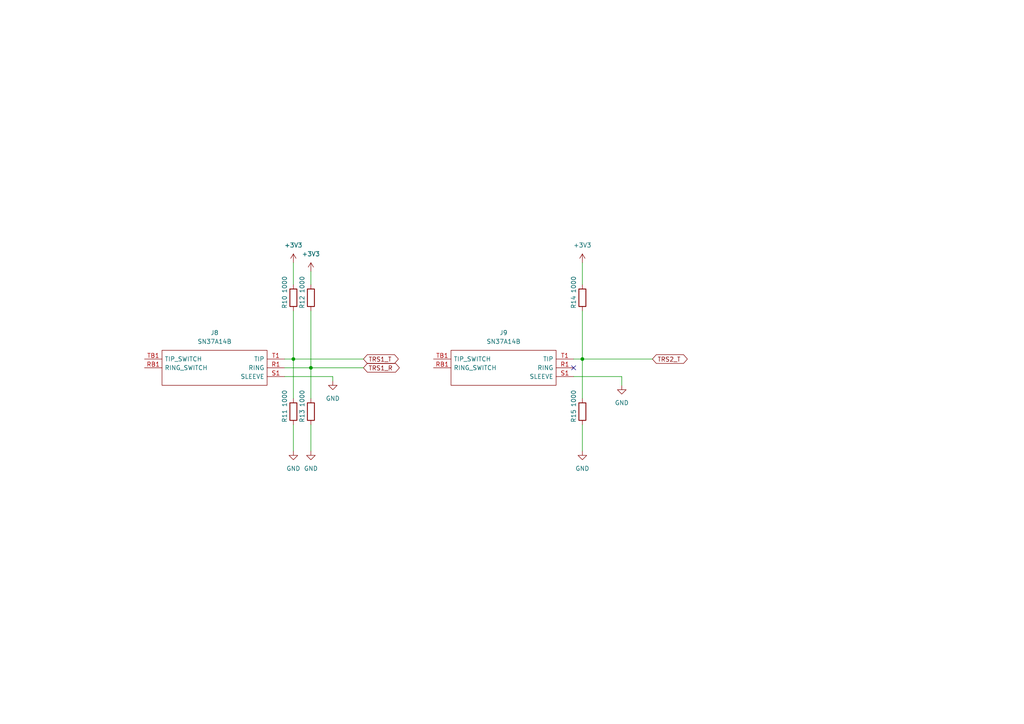
<source format=kicad_sch>
(kicad_sch (version 20211123) (generator eeschema)
  (paper "A4")
  (lib_symbols
    (symbol "Device:R" (pin_numbers hide) (pin_names (offset 0))
      (property "Reference" "R" (at 2.032 0 90))
      (property "Value" "R" (at 0 0 90))
      (symbol "R_0_1"
        (rectangle (start -1.016 -2.54) (end 1.016 2.54) (stroke (width 0.254)))
      )
      (symbol "R_1_1"
        (pin passive line (at 0 3.81 270) (length 1.27) (name "~") (number "1"))
        (pin passive line (at 0 -3.81 90) (length 1.27) (name "~") (number "2"))
      )
    )
    (symbol "SamacSys_Parts:SN37A14B" (pin_names (offset 0.762))
      (property "Reference" "J" (at 36.83 7.62 0))
      (property "Value" "SN37A14B" (at 36.83 5.08 0))
      (symbol "SN37A14B_0_0"
        (pin passive line (at 40.64 -2.54 180) (length 5.08) (name "RING") (number "R1"))
        (pin passive line (at 0 -2.54 0) (length 5.08) (name "RING_SWITCH") (number "RB1"))
        (pin passive line (at 40.64 -5.08 180) (length 5.08) (name "SLEEVE") (number "S1"))
        (pin passive line (at 40.64 0 180) (length 5.08) (name "TIP") (number "T1"))
        (pin passive line (at 0 0 0) (length 5.08) (name "TIP_SWITCH") (number "TB1"))
      )
      (symbol "SN37A14B_0_1"
        (polyline (pts (xy 5.08 2.54) (xy 35.56 2.54) (xy 35.56 -7.62) (xy 5.08 -7.62) (xy 5.08 2.54)) (stroke (width 0.1524)))
      )
    )
    (symbol "power:+3.3V" (power) (pin_names (offset 0))
      (property "Value" "+3.3V" (at 0 3.556 0))
      (symbol "+3.3V_0_1"
        (polyline (pts (xy -0.762 1.27) (xy 0 2.54)))
        (polyline (pts (xy 0 0) (xy 0 2.54)))
        (polyline (pts (xy 0 2.54) (xy 0.762 1.27)))
      )
      (symbol "+3.3V_1_1"
        (pin power_in line (at 0 0 90) (length 0) hide (name "+3V3") (number "1"))
      )
    )
    (symbol "power:GND" (power) (pin_names (offset 0))
      (property "Value" "GND" (at 0 -3.81 0))
      (symbol "GND_0_1"
        (polyline (pts (xy 0 0) (xy 0 -1.27) (xy 1.27 -1.27) (xy 0 -2.54) (xy -1.27 -1.27) (xy 0 -1.27)))
      )
      (symbol "GND_1_1"
        (pin power_in line (at 0 0 270) (length 0) hide (name "GND") (number "1"))
      )
    )
  )
  (junction (at 168.91 104.14))
  (junction (at 90.17 106.68))
  (junction (at 85.09 104.14))
  (no_connect (at 166.37 106.68))
  (wire (pts (xy 82.55 104.14) (xy 85.09 104.14)))
  (wire (pts (xy 85.09 90.17) (xy 85.09 104.14)))
  (wire (pts (xy 168.91 76.2) (xy 168.91 82.55)))
  (wire (pts (xy 180.34 109.22) (xy 180.34 111.76)))
  (wire (pts (xy 168.91 104.14) (xy 189.23 104.14)))
  (wire (pts (xy 85.09 123.19) (xy 85.09 130.81)))
  (wire (pts (xy 168.91 104.14) (xy 168.91 115.57)))
  (wire (pts (xy 168.91 123.19) (xy 168.91 130.81)))
  (wire (pts (xy 96.52 109.22) (xy 96.52 110.49)))
  (wire (pts (xy 90.17 123.19) (xy 90.17 130.81)))
  (wire (pts (xy 166.37 109.22) (xy 180.34 109.22)))
  (wire (pts (xy 90.17 90.17) (xy 90.17 106.68)))
  (wire (pts (xy 82.55 109.22) (xy 96.52 109.22)))
  (wire (pts (xy 85.09 104.14) (xy 105.41 104.14)))
  (wire (pts (xy 166.37 104.14) (xy 168.91 104.14)))
  (wire (pts (xy 90.17 106.68) (xy 105.41 106.68)))
  (wire (pts (xy 85.09 76.2) (xy 85.09 82.55)))
  (wire (pts (xy 82.55 106.68) (xy 90.17 106.68)))
  (wire (pts (xy 168.91 90.17) (xy 168.91 104.14)))
  (wire (pts (xy 90.17 78.74) (xy 90.17 82.55)))
  (wire (pts (xy 85.09 104.14) (xy 85.09 115.57)))
  (wire (pts (xy 90.17 106.68) (xy 90.17 115.57)))
  (global_label "TRS2_T" (shape bidirectional) (at 189.23 104.14 0) (property "Intersheet References" "${INTERSHEET_REFS}" (effects hide)))
  (global_label "TRS1_R" (shape bidirectional) (at 105.41 106.68 0) (property "Intersheet References" "${INTERSHEET_REFS}" (effects hide)))
  (global_label "TRS1_T" (shape bidirectional) (at 105.41 104.14 0) (property "Intersheet References" "${INTERSHEET_REFS}" (effects hide)))
  (symbol (lib_id "Device:R") (at 85.09 119.38 0) (unit 1)
    (property "Reference" "R11" (at 82.55 120.65 90))
    (property "Value" "1000" (at 82.55 115.57 90))
    (property "Footprint" "Resistor_SMD:R_0805_2012Metric" (effects hide))
    (property "Description" "125mW Thick Film Resistors 150V ±1% ±100ppm/℃ -55℃~+155℃ 1kΩ 0805 Chip Resistor - Surface Mount ROHS" (effects hide))
    (property "MANUFACTURER" "Panasonic Electronic Components" (effects hide))
    (property "Manufacturer_Name" "Panasonic Electronic Components" (effects hide))
    (property "Manufacturer_Part_Number" "ERJ-6ENF1001V" (effects hide))
    (property "Digi-Key Part Number" "P1.00KCCT-ND" (effects hide))
  )
  (symbol (lib_id "power:+3.3V") (at 85.09 76.2 0) (unit 1)
    (property "Reference" "#PWR0117" (effects hide))
    (property "Value" "+3.3V" (at 85.09 71.12 0))
  )
  (symbol (lib_id "Device:R") (at 168.91 119.38 0) (unit 1)
    (property "Reference" "R15" (at 166.37 120.65 90))
    (property "Value" "1000" (at 166.37 115.57 90))
    (property "Footprint" "Resistor_SMD:R_0805_2012Metric" (effects hide))
    (property "Description" "125mW Thick Film Resistors 150V ±1% ±100ppm/℃ -55℃~+155℃ 1kΩ 0805 Chip Resistor - Surface Mount ROHS" (effects hide))
    (property "MANUFACTURER" "Panasonic Electronic Components" (effects hide))
    (property "Manufacturer_Name" "Panasonic Electronic Components" (effects hide))
    (property "Manufacturer_Part_Number" "ERJ-6ENF1001V" (effects hide))
    (property "Digi-Key Part Number" "P1.00KCCT-ND" (effects hide))
  )
  (symbol (lib_id "SamacSys_Parts:SN37A14B") (at 125.73 104.14 0) (unit 1)
    (property "Reference" "J9" (at 146.05 96.52 0))
    (property "Value" "SN37A14B" (at 146.05 99.06 0))
    (property "Footprint" "footprints:SN37A14B" (effects hide))
    (property "Datasheet" "http://www.switchcraft.com/Drawings/SN37A_SERIES_CD.pdf" (effects hide))
    (property "Description" "Phone Connectors 1/4\" R/A PH JACK" (effects hide))
    (property "Height" "15.3416" (effects hide))
    (property "Manufacturer_Name" "Switchcraft" (effects hide))
    (property "Manufacturer_Part_Number" "SN37A14B" (effects hide))
    (property "Mouser Part Number" "502-SN37A14B" (effects hide))
    (property "Mouser Price/Stock" "https://www.mouser.co.uk/ProductDetail/Switchcraft/SN37A14B?qs=Z0CQwBkL9d0m6Wr003lzVw%3D%3D" (effects hide))
    (property "Arrow Part Number" "SN37A14B" (effects hide))
    (property "Arrow Price/Stock" "https://www.arrow.com/en/products/sn37a14b/switchcraft" (effects hide))
    (property "MANUFACTURER" "Switchcraft" (effects hide))
    (property "Digi-Key Part Number" "SC1570-ND" (effects hide))
  )
  (symbol (lib_id "power:+3.3V") (at 168.91 76.2 0) (unit 1)
    (property "Reference" "#PWR0124" (effects hide))
    (property "Value" "+3.3V" (at 168.91 71.12 0))
  )
  (symbol (lib_id "Device:R") (at 90.17 119.38 0) (unit 1)
    (property "Reference" "R13" (at 87.63 120.65 90))
    (property "Value" "1000" (at 87.63 115.57 90))
    (property "Footprint" "Resistor_SMD:R_0805_2012Metric" (effects hide))
    (property "Description" "125mW Thick Film Resistors 150V ±1% ±100ppm/℃ -55℃~+155℃ 1kΩ 0805 Chip Resistor - Surface Mount ROHS" (effects hide))
    (property "MANUFACTURER" "Panasonic Electronic Components" (effects hide))
    (property "Manufacturer_Name" "Panasonic Electronic Components" (effects hide))
    (property "Manufacturer_Part_Number" "ERJ-6ENF1001V" (effects hide))
    (property "Digi-Key Part Number" "P1.00KCCT-ND" (effects hide))
  )
  (symbol (lib_id "Device:R") (at 168.91 86.36 0) (unit 1)
    (property "Reference" "R14" (at 166.37 87.63 90))
    (property "Value" "1000" (at 166.37 82.55 90))
    (property "Footprint" "Resistor_SMD:R_0805_2012Metric" (effects hide))
    (property "Description" "125mW Thick Film Resistors 150V ±1% ±100ppm/℃ -55℃~+155℃ 1kΩ 0805 Chip Resistor - Surface Mount ROHS" (effects hide))
    (property "MANUFACTURER" "Panasonic Electronic Components" (effects hide))
    (property "Manufacturer_Name" "Panasonic Electronic Components" (effects hide))
    (property "Manufacturer_Part_Number" "ERJ-6ENF1001V" (effects hide))
    (property "Digi-Key Part Number" "P1.00KCCT-ND" (effects hide))
  )
  (symbol (lib_id "SamacSys_Parts:SN37A14B") (at 41.91 104.14 0) (unit 1)
    (property "Reference" "J8" (at 62.23 96.52 0))
    (property "Value" "SN37A14B" (at 62.23 99.06 0))
    (property "Footprint" "footprints:SN37A14B" (effects hide))
    (property "Datasheet" "http://www.switchcraft.com/Drawings/SN37A_SERIES_CD.pdf" (effects hide))
    (property "Description" "Phone Connectors 1/4\" R/A PH JACK" (effects hide))
    (property "Height" "15.3416" (effects hide))
    (property "Manufacturer_Name" "Switchcraft" (effects hide))
    (property "Manufacturer_Part_Number" "SN37A14B" (effects hide))
    (property "Mouser Part Number" "502-SN37A14B" (effects hide))
    (property "Mouser Price/Stock" "https://www.mouser.co.uk/ProductDetail/Switchcraft/SN37A14B?qs=Z0CQwBkL9d0m6Wr003lzVw%3D%3D" (effects hide))
    (property "Arrow Part Number" "SN37A14B" (effects hide))
    (property "Arrow Price/Stock" "https://www.arrow.com/en/products/sn37a14b/switchcraft" (effects hide))
    (property "MANUFACTURER" "Switchcraft" (effects hide))
    (property "Digi-Key Part Number" "SC1570-ND" (effects hide))
  )
  (symbol (lib_id "power:GND") (at 96.52 110.49 0) (unit 1)
    (property "Reference" "#PWR0116" (effects hide))
    (property "Value" "GND" (at 96.52 115.57 0))
  )
  (symbol (lib_id "power:GND") (at 168.91 130.81 0) (unit 1)
    (property "Reference" "#PWR0119" (effects hide))
    (property "Value" "GND" (at 168.91 135.89 0))
  )
  (symbol (lib_id "Device:R") (at 90.17 86.36 0) (unit 1)
    (property "Reference" "R12" (at 87.63 87.63 90))
    (property "Value" "1000" (at 87.63 82.55 90))
    (property "Footprint" "Resistor_SMD:R_0805_2012Metric" (effects hide))
    (property "Description" "125mW Thick Film Resistors 150V ±1% ±100ppm/℃ -55℃~+155℃ 1kΩ 0805 Chip Resistor - Surface Mount ROHS" (effects hide))
    (property "MANUFACTURER" "Panasonic Electronic Components" (effects hide))
    (property "Manufacturer_Name" "Panasonic Electronic Components" (effects hide))
    (property "Manufacturer_Part_Number" "ERJ-6ENF1001V" (effects hide))
    (property "Digi-Key Part Number" "P1.00KCCT-ND" (effects hide))
  )
  (symbol (lib_id "power:+3.3V") (at 90.17 78.74 0) (unit 1)
    (property "Reference" "#PWR0118" (effects hide))
    (property "Value" "+3.3V" (at 90.17 73.66 0))
  )
  (symbol (lib_id "power:GND") (at 90.17 130.81 0) (unit 1)
    (property "Reference" "#PWR0121" (effects hide))
    (property "Value" "GND" (at 90.17 135.89 0))
  )
  (symbol (lib_id "Device:R") (at 85.09 86.36 0) (unit 1)
    (property "Reference" "R10" (at 82.55 87.63 90))
    (property "Value" "1000" (at 82.55 82.55 90))
    (property "Footprint" "Resistor_SMD:R_0805_2012Metric" (effects hide))
    (property "Description" "125mW Thick Film Resistors 150V ±1% ±100ppm/℃ -55℃~+155℃ 1kΩ 0805 Chip Resistor - Surface Mount ROHS" (effects hide))
    (property "MANUFACTURER" "Panasonic Electronic Components" (effects hide))
    (property "Manufacturer_Name" "Panasonic Electronic Components" (effects hide))
    (property "Manufacturer_Part_Number" "ERJ-6ENF1001V" (effects hide))
    (property "Digi-Key Part Number" "P1.00KCCT-ND" (effects hide))
  )
  (symbol (lib_id "power:GND") (at 85.09 130.81 0) (unit 1)
    (property "Reference" "#PWR0122" (effects hide))
    (property "Value" "GND" (at 85.09 135.89 0))
  )
  (symbol (lib_id "power:GND") (at 180.34 111.76 0) (unit 1)
    (property "Reference" "#PWR0125" (effects hide))
    (property "Value" "GND" (at 180.34 116.84 0))
  )
)
</source>
